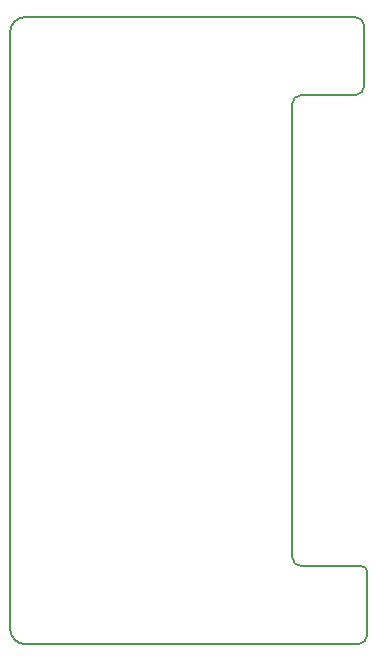
<source format=gm1>
%TF.GenerationSoftware,KiCad,Pcbnew,9.0.4*%
%TF.CreationDate,2026-02-14T22:34:30+05:30*%
%TF.ProjectId,Breadboard_PowerSupply,42726561-6462-46f6-9172-645f506f7765,rev?*%
%TF.SameCoordinates,Original*%
%TF.FileFunction,Profile,NP*%
%FSLAX46Y46*%
G04 Gerber Fmt 4.6, Leading zero omitted, Abs format (unit mm)*
G04 Created by KiCad (PCBNEW 9.0.4) date 2026-02-14 22:34:30*
%MOMM*%
%LPD*%
G01*
G04 APERTURE LIST*
%TA.AperFunction,Profile*%
%ADD10C,0.200000*%
%TD*%
G04 APERTURE END LIST*
D10*
X160274000Y-59690000D02*
G75*
G02*
X161036000Y-60452000I0J-762000D01*
G01*
X161036000Y-65532000D02*
G75*
G02*
X160274000Y-66294000I-762000J0D01*
G01*
X154940000Y-67056000D02*
G75*
G02*
X155702000Y-66294000I762000J0D01*
G01*
X155702000Y-106172000D02*
G75*
G02*
X154940000Y-105410000I0J762000D01*
G01*
X160782000Y-106172000D02*
G75*
G02*
X161290000Y-106680000I0J-508000D01*
G01*
X161290000Y-112014000D02*
G75*
G02*
X160528000Y-112776000I-762000J0D01*
G01*
X132334000Y-112776000D02*
G75*
G02*
X131064000Y-111506000I0J1270000D01*
G01*
X131064000Y-60960000D02*
G75*
G02*
X132334000Y-59690000I1270000J0D01*
G01*
X131064000Y-60960000D02*
X131064000Y-111506000D01*
X161036000Y-65532000D02*
X161036000Y-60452000D01*
X155702000Y-66294000D02*
X160274000Y-66294000D01*
X154940000Y-105410000D02*
X154940000Y-67056000D01*
X160782000Y-106172000D02*
X155702000Y-106172000D01*
X161290000Y-112014000D02*
X161290000Y-106680000D01*
X132334000Y-112776000D02*
X160528000Y-112776000D01*
X160274000Y-59690000D02*
X132334000Y-59690000D01*
M02*

</source>
